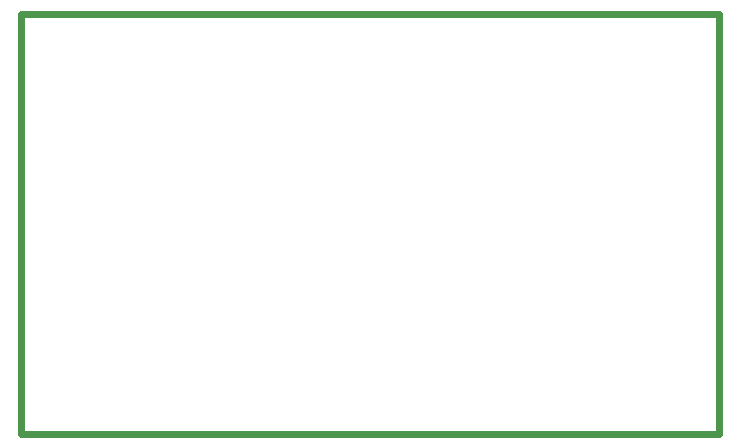
<source format=gbr>
%FSLAX34Y34*%
%MOMM*%
%LNOUTLINE*%
G71*
G01*
%ADD10C, 0.60*%
%LPD*%
G54D10*
X3175Y996950D02*
X3175Y641350D01*
X593725Y641350D01*
X593725Y996950D01*
X3175Y996950D01*
M02*

</source>
